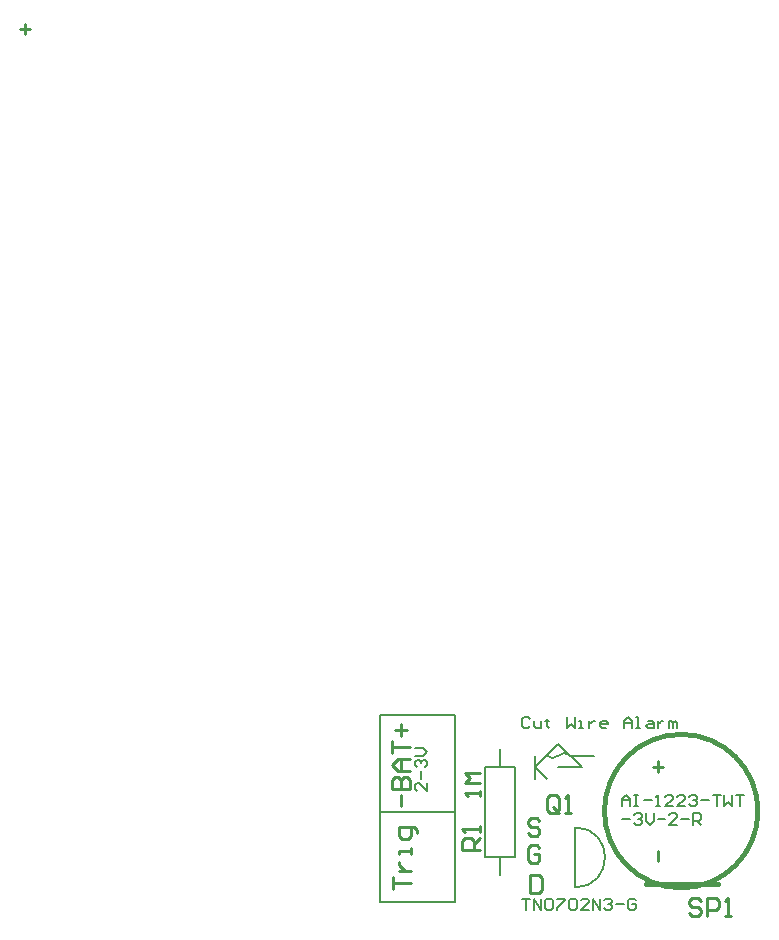
<source format=gto>
G04*
G04 #@! TF.GenerationSoftware,Altium Limited,CircuitStudio,1.5.2 (30)*
G04*
G04 Layer_Color=15065295*
%FSLAX25Y25*%
%MOIN*%
G70*
G01*
G75*
%ADD19C,0.00787*%
%ADD20C,0.01575*%
%ADD21C,0.01000*%
%ADD22C,0.00984*%
D19*
X84685Y10000D02*
G03*
X84685Y30000I0J10000D01*
G01*
X75197Y53937D02*
G03*
X79134Y53937I1969J1969D01*
G01*
X83071D02*
G03*
X79134Y53937I-1969J-1969D01*
G01*
X19685Y5000D02*
Y67323D01*
X84685Y10000D02*
Y30000D01*
X54685Y50000D02*
X64685D01*
X54685Y20000D02*
Y50000D01*
Y20000D02*
X64685D01*
X44685Y35000D02*
Y67323D01*
X19685D02*
X44685D01*
X34685Y5000D02*
X44685D01*
X34685Y35000D02*
X44685D01*
Y5000D02*
Y35000D01*
X64685Y20000D02*
Y50000D01*
X59685Y14000D02*
Y20000D01*
Y50000D02*
Y56000D01*
X71260Y46063D02*
Y53937D01*
Y50000D02*
Y50000D01*
Y50000D02*
X75197Y46063D01*
X71260Y50000D02*
Y50000D01*
X79134Y57874D01*
X79134D01*
X87008Y50000D01*
X83071Y53937D02*
X90945D01*
X79134Y50000D02*
X87008D01*
X19685Y35000D02*
X34685D01*
X19685Y5000D02*
X34685D01*
X100394Y37008D02*
Y39632D01*
X101706Y40944D01*
X103017Y39632D01*
Y37008D01*
Y38976D01*
X100394D01*
X104329Y40944D02*
X105641D01*
X104985D01*
Y37008D01*
X104329D01*
X105641D01*
X107609Y38976D02*
X110233D01*
X111545Y37008D02*
X112857D01*
X112201D01*
Y40944D01*
X111545Y40288D01*
X117449Y37008D02*
X114825D01*
X117449Y39632D01*
Y40288D01*
X116793Y40944D01*
X115481D01*
X114825Y40288D01*
X121384Y37008D02*
X118761D01*
X121384Y39632D01*
Y40288D01*
X120728Y40944D01*
X119416D01*
X118761Y40288D01*
X122696D02*
X123352Y40944D01*
X124664D01*
X125320Y40288D01*
Y39632D01*
X124664Y38976D01*
X124008D01*
X124664D01*
X125320Y38320D01*
Y37664D01*
X124664Y37008D01*
X123352D01*
X122696Y37664D01*
X126632Y38976D02*
X129256D01*
X130568Y40944D02*
X133192D01*
X131880D01*
Y37008D01*
X134503Y40944D02*
Y37008D01*
X135815Y38320D01*
X137127Y37008D01*
Y40944D01*
X138439D02*
X141063D01*
X139751D01*
Y37008D01*
X100394Y32677D02*
X103017D01*
X104329Y33988D02*
X104985Y34644D01*
X106297D01*
X106953Y33988D01*
Y33332D01*
X106297Y32677D01*
X105641D01*
X106297D01*
X106953Y32021D01*
Y31365D01*
X106297Y30709D01*
X104985D01*
X104329Y31365D01*
X108265Y34644D02*
Y32021D01*
X109577Y30709D01*
X110889Y32021D01*
Y34644D01*
X112201Y32677D02*
X114825D01*
X118761Y30709D02*
X116137D01*
X118761Y33332D01*
Y33988D01*
X118105Y34644D01*
X116793D01*
X116137Y33988D01*
X120072Y32677D02*
X122696D01*
X124008Y30709D02*
Y34644D01*
X125976D01*
X126632Y33988D01*
Y32677D01*
X125976Y32021D01*
X124008D01*
X125320D02*
X126632Y30709D01*
X66929Y6298D02*
X69553D01*
X68241D01*
Y2362D01*
X70865D02*
Y6298D01*
X73489Y2362D01*
Y6298D01*
X74801Y5642D02*
X75457Y6298D01*
X76768D01*
X77424Y5642D01*
Y3018D01*
X76768Y2362D01*
X75457D01*
X74801Y3018D01*
Y5642D01*
X78736Y6298D02*
X81360D01*
Y5642D01*
X78736Y3018D01*
Y2362D01*
X82672Y5642D02*
X83328Y6298D01*
X84640D01*
X85296Y5642D01*
Y3018D01*
X84640Y2362D01*
X83328D01*
X82672Y3018D01*
Y5642D01*
X89232Y2362D02*
X86608D01*
X89232Y4986D01*
Y5642D01*
X88576Y6298D01*
X87264D01*
X86608Y5642D01*
X90544Y2362D02*
Y6298D01*
X93167Y2362D01*
Y6298D01*
X94479Y5642D02*
X95135Y6298D01*
X96447D01*
X97103Y5642D01*
Y4986D01*
X96447Y4330D01*
X95791D01*
X96447D01*
X97103Y3674D01*
Y3018D01*
X96447Y2362D01*
X95135D01*
X94479Y3018D01*
X98415Y4330D02*
X101039D01*
X104975Y5642D02*
X104319Y6298D01*
X103007D01*
X102351Y5642D01*
Y3018D01*
X103007Y2362D01*
X104319D01*
X104975Y3018D01*
Y4330D01*
X103663D01*
X69553Y66272D02*
X68897Y66928D01*
X67585D01*
X66929Y66272D01*
Y63648D01*
X67585Y62992D01*
X68897D01*
X69553Y63648D01*
X70865Y65616D02*
Y63648D01*
X71521Y62992D01*
X73489D01*
Y65616D01*
X75457Y66272D02*
Y65616D01*
X74801D01*
X76113D01*
X75457D01*
Y63648D01*
X76113Y62992D01*
X82016Y66928D02*
Y62992D01*
X83328Y64304D01*
X84640Y62992D01*
Y66928D01*
X85952Y62992D02*
X87264D01*
X86608D01*
Y65616D01*
X85952D01*
X89232D02*
Y62992D01*
Y64304D01*
X89888Y64960D01*
X90544Y65616D01*
X91199D01*
X95135Y62992D02*
X93823D01*
X93167Y63648D01*
Y64960D01*
X93823Y65616D01*
X95135D01*
X95791Y64960D01*
Y64304D01*
X93167D01*
X101039Y62992D02*
Y65616D01*
X102351Y66928D01*
X103663Y65616D01*
Y62992D01*
Y64960D01*
X101039D01*
X104975Y62992D02*
X106287D01*
X105631D01*
Y66928D01*
X104975D01*
X108910Y65616D02*
X110222D01*
X110878Y64960D01*
Y62992D01*
X108910D01*
X108254Y63648D01*
X108910Y64304D01*
X110878D01*
X112190Y65616D02*
Y62992D01*
Y64304D01*
X112846Y64960D01*
X113502Y65616D01*
X114158D01*
X116126Y62992D02*
Y65616D01*
X116782D01*
X117438Y64960D01*
Y62992D01*
Y64960D01*
X118094Y65616D01*
X118750Y64960D01*
Y62992D01*
X35433Y44750D02*
Y42126D01*
X32809Y44750D01*
X32153D01*
X31497Y44094D01*
Y42782D01*
X32153Y42126D01*
X33465Y46062D02*
Y48686D01*
X32153Y49997D02*
X31497Y50653D01*
Y51965D01*
X32153Y52621D01*
X32809D01*
X33465Y51965D01*
Y51309D01*
Y51965D01*
X34121Y52621D01*
X34777D01*
X35433Y51965D01*
Y50653D01*
X34777Y49997D01*
X31497Y53933D02*
X34121D01*
X35433Y55245D01*
X34121Y56557D01*
X31497D01*
D20*
X145669Y35433D02*
G03*
X145669Y35433I-25591J0D01*
G01*
X108268Y11024D02*
X132283D01*
D21*
X79196Y35645D02*
Y39644D01*
X78196Y40644D01*
X76196D01*
X75197Y39644D01*
Y35645D01*
X76196Y34646D01*
X78196D01*
X77196Y36645D02*
X79196Y34646D01*
X78196D02*
X79196Y35645D01*
X81195Y34646D02*
X83194D01*
X82195D01*
Y40644D01*
X81195Y39644D01*
X53150Y22441D02*
X47151D01*
Y25440D01*
X48151Y26440D01*
X50151D01*
X51150Y25440D01*
Y22441D01*
Y24440D02*
X53150Y26440D01*
Y28439D02*
Y30438D01*
Y29439D01*
X47151D01*
X48151Y28439D01*
X126577Y5432D02*
X125578Y6431D01*
X123578D01*
X122579Y5432D01*
Y4432D01*
X123578Y3432D01*
X125578D01*
X126577Y2432D01*
Y1433D01*
X125578Y433D01*
X123578D01*
X122579Y1433D01*
X128577Y433D02*
Y6431D01*
X131576D01*
X132576Y5432D01*
Y3432D01*
X131576Y2432D01*
X128577D01*
X134575Y433D02*
X136574D01*
X135574D01*
Y6431D01*
X134575Y5432D01*
D22*
X53150Y40551D02*
Y42257D01*
Y41404D01*
X48033D01*
X48886Y40551D01*
X53150Y44815D02*
X48033D01*
X49739Y46520D01*
X48033Y48226D01*
X53150D01*
X-100315Y296259D02*
X-96904D01*
X-98610Y297965D02*
Y294553D01*
X69685Y14171D02*
Y8268D01*
X72637D01*
X73621Y9252D01*
Y13187D01*
X72637Y14171D01*
X69685D01*
X72833Y32085D02*
X71849Y33069D01*
X69882D01*
X68898Y32085D01*
Y31101D01*
X69882Y30117D01*
X71849D01*
X72833Y29133D01*
Y28149D01*
X71849Y27165D01*
X69882D01*
X68898Y28149D01*
X24018Y9449D02*
Y13385D01*
Y11417D01*
X29921D01*
X25986Y15352D02*
X29921D01*
X27953D01*
X26970Y16336D01*
X25986Y17320D01*
Y18304D01*
X29921Y21256D02*
Y23224D01*
Y22240D01*
X25986D01*
Y21256D01*
X31889Y28144D02*
Y29127D01*
X30905Y30111D01*
X25986D01*
Y27160D01*
X26970Y26176D01*
X28937D01*
X29921Y27160D01*
Y30111D01*
X26576Y37008D02*
Y40944D01*
X23624Y42911D02*
X29528D01*
Y45863D01*
X28544Y46847D01*
X27560D01*
X26576Y45863D01*
Y42911D01*
Y45863D01*
X25592Y46847D01*
X24608D01*
X23624Y45863D01*
Y42911D01*
X29528Y48815D02*
X25592D01*
X23624Y50783D01*
X25592Y52751D01*
X29528D01*
X26576D01*
Y48815D01*
X23624Y54719D02*
Y58654D01*
Y56687D01*
X29528D01*
X26576Y60622D02*
Y64558D01*
X24608Y62590D02*
X28544D01*
X112401Y22047D02*
Y18636D01*
Y51968D02*
Y48557D01*
X114106Y50263D02*
X110695D01*
X72833Y23030D02*
X71849Y24014D01*
X69882D01*
X68898Y23030D01*
Y19094D01*
X69882Y18110D01*
X71849D01*
X72833Y19094D01*
Y21062D01*
X70865D01*
M02*

</source>
